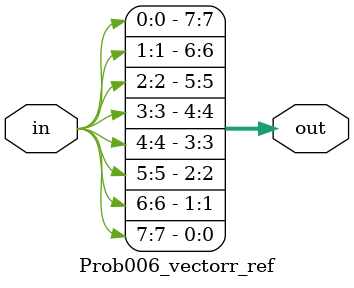
<source format=sv>

module Prob006_vectorr_ref (
  input [7:0] in,
  output [7:0] out
);

  assign {out[0],out[1],out[2],out[3],out[4],out[5],out[6],out[7]} = in;

endmodule


</source>
